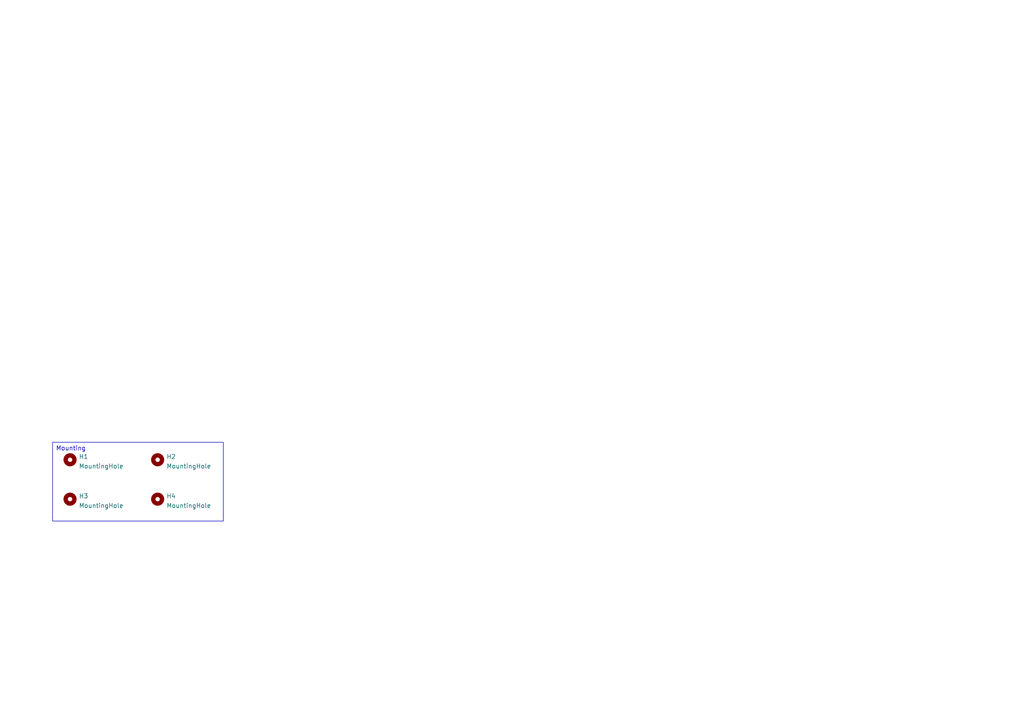
<source format=kicad_sch>
(kicad_sch (version 20230121) (generator eeschema)

  (uuid e63e39d7-6ac0-4ffd-8aa3-1841a4541b55)

  (paper "A4")

  (lib_symbols
    (symbol "Mechanical:MountingHole" (pin_names (offset 1.016)) (in_bom yes) (on_board yes)
      (property "Reference" "H" (at 0 5.08 0)
        (effects (font (size 1.27 1.27)))
      )
      (property "Value" "MountingHole" (at 0 3.175 0)
        (effects (font (size 1.27 1.27)))
      )
      (property "Footprint" "" (at 0 0 0)
        (effects (font (size 1.27 1.27)) hide)
      )
      (property "Datasheet" "~" (at 0 0 0)
        (effects (font (size 1.27 1.27)) hide)
      )
      (property "ki_keywords" "mounting hole" (at 0 0 0)
        (effects (font (size 1.27 1.27)) hide)
      )
      (property "ki_description" "Mounting Hole without connection" (at 0 0 0)
        (effects (font (size 1.27 1.27)) hide)
      )
      (property "ki_fp_filters" "MountingHole*" (at 0 0 0)
        (effects (font (size 1.27 1.27)) hide)
      )
      (symbol "MountingHole_0_1"
        (circle (center 0 0) (radius 1.27)
          (stroke (width 1.27) (type default))
          (fill (type none))
        )
      )
    )
  )


  (text_box "Mounting"
    (at 15.24 128.27 0) (size 49.53 22.86)
    (stroke (width 0) (type default))
    (fill (type none))
    (effects (font (size 1.27 1.27)) (justify left top))
    (uuid e0c644dd-73f6-498e-99f1-addaa712c120)
  )

  (symbol (lib_id "Mechanical:MountingHole") (at 45.72 144.78 0) (unit 1)
    (in_bom yes) (on_board yes) (dnp no) (fields_autoplaced)
    (uuid 03c865cc-a019-4233-85ea-1544f88af737)
    (property "Reference" "H4" (at 48.26 143.8715 0)
      (effects (font (size 1.27 1.27)) (justify left))
    )
    (property "Value" "MountingHole" (at 48.26 146.6466 0)
      (effects (font (size 1.27 1.27)) (justify left))
    )
    (property "Footprint" "MountingHole:MountingHole_3.2mm_M3_DIN965" (at 45.72 144.78 0)
      (effects (font (size 1.27 1.27)) hide)
    )
    (property "Datasheet" "~" (at 45.72 144.78 0)
      (effects (font (size 1.27 1.27)) hide)
    )
    (instances
      (project "kha-relay-2x3-front"
        (path "/e63e39d7-6ac0-4ffd-8aa3-1841a4541b55"
          (reference "H4") (unit 1)
        )
      )
    )
  )

  (symbol (lib_id "Mechanical:MountingHole") (at 20.32 144.78 0) (unit 1)
    (in_bom yes) (on_board yes) (dnp no) (fields_autoplaced)
    (uuid 0fd53526-f5df-4545-b009-8f9e5d538bf5)
    (property "Reference" "H3" (at 22.86 143.8715 0)
      (effects (font (size 1.27 1.27)) (justify left))
    )
    (property "Value" "MountingHole" (at 22.86 146.6466 0)
      (effects (font (size 1.27 1.27)) (justify left))
    )
    (property "Footprint" "MountingHole:MountingHole_3.2mm_M3_DIN965" (at 20.32 144.78 0)
      (effects (font (size 1.27 1.27)) hide)
    )
    (property "Datasheet" "~" (at 20.32 144.78 0)
      (effects (font (size 1.27 1.27)) hide)
    )
    (instances
      (project "kha-relay-2x3-front"
        (path "/e63e39d7-6ac0-4ffd-8aa3-1841a4541b55"
          (reference "H3") (unit 1)
        )
      )
    )
  )

  (symbol (lib_id "Mechanical:MountingHole") (at 20.32 133.35 0) (unit 1)
    (in_bom yes) (on_board yes) (dnp no) (fields_autoplaced)
    (uuid 19c54712-e1e3-4f5c-8f34-d34a3732f18b)
    (property "Reference" "H1" (at 22.86 132.4415 0)
      (effects (font (size 1.27 1.27)) (justify left))
    )
    (property "Value" "MountingHole" (at 22.86 135.2166 0)
      (effects (font (size 1.27 1.27)) (justify left))
    )
    (property "Footprint" "MountingHole:MountingHole_3.2mm_M3_DIN965" (at 20.32 133.35 0)
      (effects (font (size 1.27 1.27)) hide)
    )
    (property "Datasheet" "~" (at 20.32 133.35 0)
      (effects (font (size 1.27 1.27)) hide)
    )
    (instances
      (project "kha-relay-2x3-front"
        (path "/e63e39d7-6ac0-4ffd-8aa3-1841a4541b55"
          (reference "H1") (unit 1)
        )
      )
    )
  )

  (symbol (lib_id "Mechanical:MountingHole") (at 45.72 133.35 0) (unit 1)
    (in_bom yes) (on_board yes) (dnp no) (fields_autoplaced)
    (uuid 98527b9c-8f3e-4b7c-8002-5987b0cbb3fa)
    (property "Reference" "H2" (at 48.26 132.4415 0)
      (effects (font (size 1.27 1.27)) (justify left))
    )
    (property "Value" "MountingHole" (at 48.26 135.2166 0)
      (effects (font (size 1.27 1.27)) (justify left))
    )
    (property "Footprint" "MountingHole:MountingHole_3.2mm_M3_DIN965" (at 45.72 133.35 0)
      (effects (font (size 1.27 1.27)) hide)
    )
    (property "Datasheet" "~" (at 45.72 133.35 0)
      (effects (font (size 1.27 1.27)) hide)
    )
    (instances
      (project "kha-relay-2x3-front"
        (path "/e63e39d7-6ac0-4ffd-8aa3-1841a4541b55"
          (reference "H2") (unit 1)
        )
      )
    )
  )

  (sheet_instances
    (path "/" (page "1"))
  )
)

</source>
